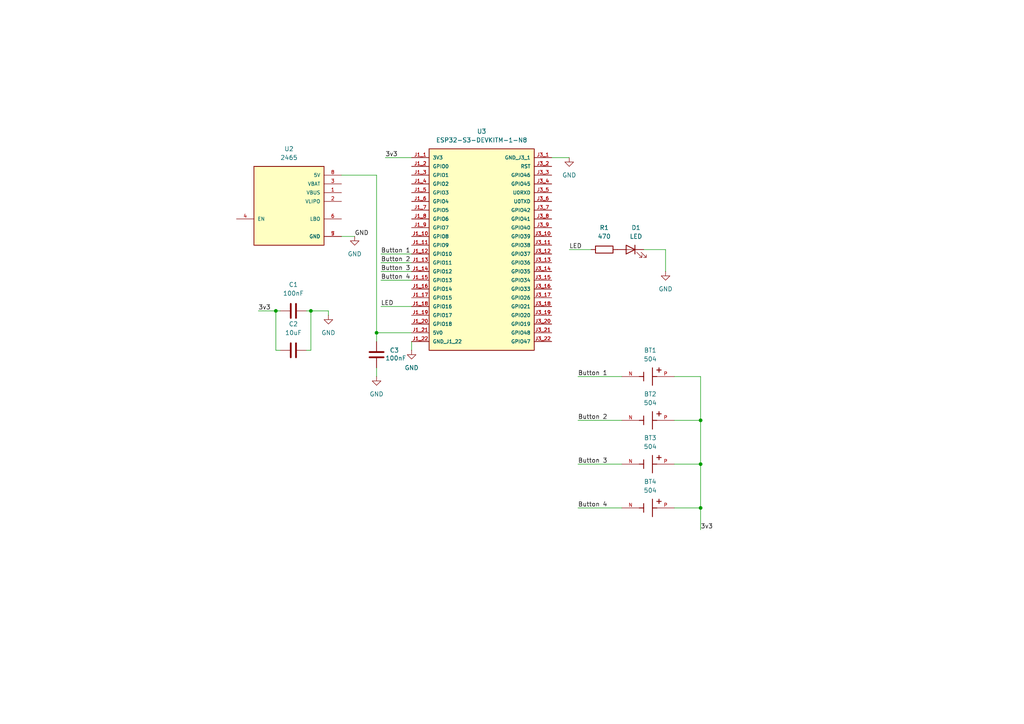
<source format=kicad_sch>
(kicad_sch
	(version 20231120)
	(generator "eeschema")
	(generator_version "8.0")
	(uuid "39771902-4a2f-44cb-8544-8aebdb065956")
	(paper "A4")
	(lib_symbols
		(symbol "2465:2465"
			(pin_names
				(offset 1.016)
			)
			(exclude_from_sim no)
			(in_bom yes)
			(on_board yes)
			(property "Reference" "U"
				(at -10.16 10.795 0)
				(effects
					(font
						(size 1.27 1.27)
					)
					(justify left bottom)
				)
			)
			(property "Value" "2465"
				(at -10.16 -15.24 0)
				(effects
					(font
						(size 1.27 1.27)
					)
					(justify left bottom)
				)
			)
			(property "Footprint" "2465:MODULE_2465"
				(at 0 0 0)
				(effects
					(font
						(size 1.27 1.27)
					)
					(justify bottom)
					(hide yes)
				)
			)
			(property "Datasheet" ""
				(at 0 0 0)
				(effects
					(font
						(size 1.27 1.27)
					)
					(hide yes)
				)
			)
			(property "Description" ""
				(at 0 0 0)
				(effects
					(font
						(size 1.27 1.27)
					)
					(hide yes)
				)
			)
			(property "MF" "Adafruit Industries"
				(at 0 0 0)
				(effects
					(font
						(size 1.27 1.27)
					)
					(justify bottom)
					(hide yes)
				)
			)
			(property "MAXIMUM_PACKAGE_HEIGHT" "10.16 mm"
				(at 0 0 0)
				(effects
					(font
						(size 1.27 1.27)
					)
					(justify bottom)
					(hide yes)
				)
			)
			(property "Package" "None"
				(at 0 0 0)
				(effects
					(font
						(size 1.27 1.27)
					)
					(justify bottom)
					(hide yes)
				)
			)
			(property "Price" "None"
				(at 0 0 0)
				(effects
					(font
						(size 1.27 1.27)
					)
					(justify bottom)
					(hide yes)
				)
			)
			(property "Check_prices" "https://www.snapeda.com/parts/2465/Adafruit+Industries/view-part/?ref=eda"
				(at 0 0 0)
				(effects
					(font
						(size 1.27 1.27)
					)
					(justify bottom)
					(hide yes)
				)
			)
			(property "STANDARD" "Manufacturer Recommendations"
				(at 0 0 0)
				(effects
					(font
						(size 1.27 1.27)
					)
					(justify bottom)
					(hide yes)
				)
			)
			(property "PARTREV" "B"
				(at 0 0 0)
				(effects
					(font
						(size 1.27 1.27)
					)
					(justify bottom)
					(hide yes)
				)
			)
			(property "SnapEDA_Link" "https://www.snapeda.com/parts/2465/Adafruit+Industries/view-part/?ref=snap"
				(at 0 0 0)
				(effects
					(font
						(size 1.27 1.27)
					)
					(justify bottom)
					(hide yes)
				)
			)
			(property "MP" "2465"
				(at 0 0 0)
				(effects
					(font
						(size 1.27 1.27)
					)
					(justify bottom)
					(hide yes)
				)
			)
			(property "Description_1" "\n                        \n                            PowerBoost 1000 Charger - Rechargeable 5V Lipo USB Boost at 1A - 1000C\n                        \n"
				(at 0 0 0)
				(effects
					(font
						(size 1.27 1.27)
					)
					(justify bottom)
					(hide yes)
				)
			)
			(property "Availability" "Not in stock"
				(at 0 0 0)
				(effects
					(font
						(size 1.27 1.27)
					)
					(justify bottom)
					(hide yes)
				)
			)
			(property "MANUFACTURER" "Adafruit"
				(at 0 0 0)
				(effects
					(font
						(size 1.27 1.27)
					)
					(justify bottom)
					(hide yes)
				)
			)
			(symbol "2465_0_0"
				(rectangle
					(start -10.16 -12.7)
					(end 10.16 10.16)
					(stroke
						(width 0.254)
						(type default)
					)
					(fill
						(type background)
					)
				)
				(pin power_in line
					(at 15.24 2.54 180)
					(length 5.08)
					(name "VBUS"
						(effects
							(font
								(size 1.016 1.016)
							)
						)
					)
					(number "1"
						(effects
							(font
								(size 1.016 1.016)
							)
						)
					)
				)
				(pin power_in line
					(at 15.24 0 180)
					(length 5.08)
					(name "VLIPO"
						(effects
							(font
								(size 1.016 1.016)
							)
						)
					)
					(number "2"
						(effects
							(font
								(size 1.016 1.016)
							)
						)
					)
				)
				(pin power_in line
					(at 15.24 5.08 180)
					(length 5.08)
					(name "VBAT"
						(effects
							(font
								(size 1.016 1.016)
							)
						)
					)
					(number "3"
						(effects
							(font
								(size 1.016 1.016)
							)
						)
					)
				)
				(pin input line
					(at -15.24 -5.08 0)
					(length 5.08)
					(name "EN"
						(effects
							(font
								(size 1.016 1.016)
							)
						)
					)
					(number "4"
						(effects
							(font
								(size 1.016 1.016)
							)
						)
					)
				)
				(pin power_in line
					(at 15.24 -10.16 180)
					(length 5.08)
					(name "GND"
						(effects
							(font
								(size 1.016 1.016)
							)
						)
					)
					(number "5"
						(effects
							(font
								(size 1.016 1.016)
							)
						)
					)
				)
				(pin output line
					(at 15.24 -5.08 180)
					(length 5.08)
					(name "LBO"
						(effects
							(font
								(size 1.016 1.016)
							)
						)
					)
					(number "6"
						(effects
							(font
								(size 1.016 1.016)
							)
						)
					)
				)
				(pin power_in line
					(at 15.24 -10.16 180)
					(length 5.08)
					(name "GND"
						(effects
							(font
								(size 1.016 1.016)
							)
						)
					)
					(number "7"
						(effects
							(font
								(size 1.016 1.016)
							)
						)
					)
				)
				(pin power_in line
					(at 15.24 7.62 180)
					(length 5.08)
					(name "5V"
						(effects
							(font
								(size 1.016 1.016)
							)
						)
					)
					(number "8"
						(effects
							(font
								(size 1.016 1.016)
							)
						)
					)
				)
			)
		)
		(symbol "504:504"
			(pin_names
				(offset 1.016)
			)
			(exclude_from_sim no)
			(in_bom yes)
			(on_board yes)
			(property "Reference" "BT"
				(at -3.81 3.81 0)
				(effects
					(font
						(size 1.27 1.27)
					)
					(justify left bottom)
				)
			)
			(property "Value" "504"
				(at -3.81 -5.08 0)
				(effects
					(font
						(size 1.27 1.27)
					)
					(justify left bottom)
				)
			)
			(property "Footprint" "504:BAT_504"
				(at 0 0 0)
				(effects
					(font
						(size 1.27 1.27)
					)
					(justify bottom)
					(hide yes)
				)
			)
			(property "Datasheet" ""
				(at 0 0 0)
				(effects
					(font
						(size 1.27 1.27)
					)
					(hide yes)
				)
			)
			(property "Description" ""
				(at 0 0 0)
				(effects
					(font
						(size 1.27 1.27)
					)
					(hide yes)
				)
			)
			(property "MF" "Adafruit"
				(at 0 0 0)
				(effects
					(font
						(size 1.27 1.27)
					)
					(justify bottom)
					(hide yes)
				)
			)
			(property "MAXIMUM_PACKAGE_HEIGHT" "5.38mm"
				(at 0 0 0)
				(effects
					(font
						(size 1.27 1.27)
					)
					(justify bottom)
					(hide yes)
				)
			)
			(property "Package" "None"
				(at 0 0 0)
				(effects
					(font
						(size 1.27 1.27)
					)
					(justify bottom)
					(hide yes)
				)
			)
			(property "Price" "None"
				(at 0 0 0)
				(effects
					(font
						(size 1.27 1.27)
					)
					(justify bottom)
					(hide yes)
				)
			)
			(property "Check_prices" "https://www.snapeda.com/parts/504/Adafruit+Industries/view-part/?ref=eda"
				(at 0 0 0)
				(effects
					(font
						(size 1.27 1.27)
					)
					(justify bottom)
					(hide yes)
				)
			)
			(property "STANDARD" "Manufacturer Recommendations"
				(at 0 0 0)
				(effects
					(font
						(size 1.27 1.27)
					)
					(justify bottom)
					(hide yes)
				)
			)
			(property "PARTREV" "H"
				(at 0 0 0)
				(effects
					(font
						(size 1.27 1.27)
					)
					(justify bottom)
					(hide yes)
				)
			)
			(property "SnapEDA_Link" "https://www.snapeda.com/parts/504/Adafruit+Industries/view-part/?ref=snap"
				(at 0 0 0)
				(effects
					(font
						(size 1.27 1.27)
					)
					(justify bottom)
					(hide yes)
				)
			)
			(property "MP" "504"
				(at 0 0 0)
				(effects
					(font
						(size 1.27 1.27)
					)
					(justify bottom)
					(hide yes)
				)
			)
			(property "Description_1" "\n                        \n                            CONN SOCKET 24-28AWG CRIMP TIN\n                        \n"
				(at 0 0 0)
				(effects
					(font
						(size 1.27 1.27)
					)
					(justify bottom)
					(hide yes)
				)
			)
			(property "SNAPEDA_PN" "504"
				(at 0 0 0)
				(effects
					(font
						(size 1.27 1.27)
					)
					(justify bottom)
					(hide yes)
				)
			)
			(property "Availability" "In Stock"
				(at 0 0 0)
				(effects
					(font
						(size 1.27 1.27)
					)
					(justify bottom)
					(hide yes)
				)
			)
			(property "MANUFACTURER" "Keystone"
				(at 0 0 0)
				(effects
					(font
						(size 1.27 1.27)
					)
					(justify bottom)
					(hide yes)
				)
			)
			(symbol "504_0_0"
				(polyline
					(pts
						(xy -3.81 1.905) (xy -2.54 1.905)
					)
					(stroke
						(width 0.254)
						(type default)
					)
					(fill
						(type none)
					)
				)
				(polyline
					(pts
						(xy -3.175 2.54) (xy -3.175 1.27)
					)
					(stroke
						(width 0.254)
						(type default)
					)
					(fill
						(type none)
					)
				)
				(polyline
					(pts
						(xy -1.27 0) (xy -2.54 0)
					)
					(stroke
						(width 0.254)
						(type default)
					)
					(fill
						(type none)
					)
				)
				(polyline
					(pts
						(xy -1.27 0) (xy -1.27 -2.54)
					)
					(stroke
						(width 0.254)
						(type default)
					)
					(fill
						(type none)
					)
				)
				(polyline
					(pts
						(xy -1.27 2.54) (xy -1.27 0)
					)
					(stroke
						(width 0.254)
						(type default)
					)
					(fill
						(type none)
					)
				)
				(polyline
					(pts
						(xy 1.27 0) (xy 1.27 -1.27)
					)
					(stroke
						(width 0.254)
						(type default)
					)
					(fill
						(type none)
					)
				)
				(polyline
					(pts
						(xy 1.27 0) (xy 2.54 0)
					)
					(stroke
						(width 0.254)
						(type default)
					)
					(fill
						(type none)
					)
				)
				(polyline
					(pts
						(xy 1.27 1.27) (xy 1.27 0)
					)
					(stroke
						(width 0.254)
						(type default)
					)
					(fill
						(type none)
					)
				)
				(pin passive line
					(at 7.62 0 180)
					(length 5.08)
					(name "~"
						(effects
							(font
								(size 1.016 1.016)
							)
						)
					)
					(number "N"
						(effects
							(font
								(size 1.016 1.016)
							)
						)
					)
				)
				(pin passive line
					(at -7.62 0 0)
					(length 5.08)
					(name "~"
						(effects
							(font
								(size 1.016 1.016)
							)
						)
					)
					(number "P"
						(effects
							(font
								(size 1.016 1.016)
							)
						)
					)
				)
			)
		)
		(symbol "Device:C"
			(pin_numbers hide)
			(pin_names
				(offset 0.254)
			)
			(exclude_from_sim no)
			(in_bom yes)
			(on_board yes)
			(property "Reference" "C"
				(at 0.635 2.54 0)
				(effects
					(font
						(size 1.27 1.27)
					)
					(justify left)
				)
			)
			(property "Value" "C"
				(at 0.635 -2.54 0)
				(effects
					(font
						(size 1.27 1.27)
					)
					(justify left)
				)
			)
			(property "Footprint" ""
				(at 0.9652 -3.81 0)
				(effects
					(font
						(size 1.27 1.27)
					)
					(hide yes)
				)
			)
			(property "Datasheet" "~"
				(at 0 0 0)
				(effects
					(font
						(size 1.27 1.27)
					)
					(hide yes)
				)
			)
			(property "Description" "Unpolarized capacitor"
				(at 0 0 0)
				(effects
					(font
						(size 1.27 1.27)
					)
					(hide yes)
				)
			)
			(property "ki_keywords" "cap capacitor"
				(at 0 0 0)
				(effects
					(font
						(size 1.27 1.27)
					)
					(hide yes)
				)
			)
			(property "ki_fp_filters" "C_*"
				(at 0 0 0)
				(effects
					(font
						(size 1.27 1.27)
					)
					(hide yes)
				)
			)
			(symbol "C_0_1"
				(polyline
					(pts
						(xy -2.032 -0.762) (xy 2.032 -0.762)
					)
					(stroke
						(width 0.508)
						(type default)
					)
					(fill
						(type none)
					)
				)
				(polyline
					(pts
						(xy -2.032 0.762) (xy 2.032 0.762)
					)
					(stroke
						(width 0.508)
						(type default)
					)
					(fill
						(type none)
					)
				)
			)
			(symbol "C_1_1"
				(pin passive line
					(at 0 3.81 270)
					(length 2.794)
					(name "~"
						(effects
							(font
								(size 1.27 1.27)
							)
						)
					)
					(number "1"
						(effects
							(font
								(size 1.27 1.27)
							)
						)
					)
				)
				(pin passive line
					(at 0 -3.81 90)
					(length 2.794)
					(name "~"
						(effects
							(font
								(size 1.27 1.27)
							)
						)
					)
					(number "2"
						(effects
							(font
								(size 1.27 1.27)
							)
						)
					)
				)
			)
		)
		(symbol "Device:LED"
			(pin_numbers hide)
			(pin_names
				(offset 1.016) hide)
			(exclude_from_sim no)
			(in_bom yes)
			(on_board yes)
			(property "Reference" "D"
				(at 0 2.54 0)
				(effects
					(font
						(size 1.27 1.27)
					)
				)
			)
			(property "Value" "LED"
				(at 0 -2.54 0)
				(effects
					(font
						(size 1.27 1.27)
					)
				)
			)
			(property "Footprint" ""
				(at 0 0 0)
				(effects
					(font
						(size 1.27 1.27)
					)
					(hide yes)
				)
			)
			(property "Datasheet" "~"
				(at 0 0 0)
				(effects
					(font
						(size 1.27 1.27)
					)
					(hide yes)
				)
			)
			(property "Description" "Light emitting diode"
				(at 0 0 0)
				(effects
					(font
						(size 1.27 1.27)
					)
					(hide yes)
				)
			)
			(property "ki_keywords" "LED diode"
				(at 0 0 0)
				(effects
					(font
						(size 1.27 1.27)
					)
					(hide yes)
				)
			)
			(property "ki_fp_filters" "LED* LED_SMD:* LED_THT:*"
				(at 0 0 0)
				(effects
					(font
						(size 1.27 1.27)
					)
					(hide yes)
				)
			)
			(symbol "LED_0_1"
				(polyline
					(pts
						(xy -1.27 -1.27) (xy -1.27 1.27)
					)
					(stroke
						(width 0.254)
						(type default)
					)
					(fill
						(type none)
					)
				)
				(polyline
					(pts
						(xy -1.27 0) (xy 1.27 0)
					)
					(stroke
						(width 0)
						(type default)
					)
					(fill
						(type none)
					)
				)
				(polyline
					(pts
						(xy 1.27 -1.27) (xy 1.27 1.27) (xy -1.27 0) (xy 1.27 -1.27)
					)
					(stroke
						(width 0.254)
						(type default)
					)
					(fill
						(type none)
					)
				)
				(polyline
					(pts
						(xy -3.048 -0.762) (xy -4.572 -2.286) (xy -3.81 -2.286) (xy -4.572 -2.286) (xy -4.572 -1.524)
					)
					(stroke
						(width 0)
						(type default)
					)
					(fill
						(type none)
					)
				)
				(polyline
					(pts
						(xy -1.778 -0.762) (xy -3.302 -2.286) (xy -2.54 -2.286) (xy -3.302 -2.286) (xy -3.302 -1.524)
					)
					(stroke
						(width 0)
						(type default)
					)
					(fill
						(type none)
					)
				)
			)
			(symbol "LED_1_1"
				(pin passive line
					(at -3.81 0 0)
					(length 2.54)
					(name "K"
						(effects
							(font
								(size 1.27 1.27)
							)
						)
					)
					(number "1"
						(effects
							(font
								(size 1.27 1.27)
							)
						)
					)
				)
				(pin passive line
					(at 3.81 0 180)
					(length 2.54)
					(name "A"
						(effects
							(font
								(size 1.27 1.27)
							)
						)
					)
					(number "2"
						(effects
							(font
								(size 1.27 1.27)
							)
						)
					)
				)
			)
		)
		(symbol "Device:R"
			(pin_numbers hide)
			(pin_names
				(offset 0)
			)
			(exclude_from_sim no)
			(in_bom yes)
			(on_board yes)
			(property "Reference" "R"
				(at 2.032 0 90)
				(effects
					(font
						(size 1.27 1.27)
					)
				)
			)
			(property "Value" "R"
				(at 0 0 90)
				(effects
					(font
						(size 1.27 1.27)
					)
				)
			)
			(property "Footprint" ""
				(at -1.778 0 90)
				(effects
					(font
						(size 1.27 1.27)
					)
					(hide yes)
				)
			)
			(property "Datasheet" "~"
				(at 0 0 0)
				(effects
					(font
						(size 1.27 1.27)
					)
					(hide yes)
				)
			)
			(property "Description" "Resistor"
				(at 0 0 0)
				(effects
					(font
						(size 1.27 1.27)
					)
					(hide yes)
				)
			)
			(property "ki_keywords" "R res resistor"
				(at 0 0 0)
				(effects
					(font
						(size 1.27 1.27)
					)
					(hide yes)
				)
			)
			(property "ki_fp_filters" "R_*"
				(at 0 0 0)
				(effects
					(font
						(size 1.27 1.27)
					)
					(hide yes)
				)
			)
			(symbol "R_0_1"
				(rectangle
					(start -1.016 -2.54)
					(end 1.016 2.54)
					(stroke
						(width 0.254)
						(type default)
					)
					(fill
						(type none)
					)
				)
			)
			(symbol "R_1_1"
				(pin passive line
					(at 0 3.81 270)
					(length 1.27)
					(name "~"
						(effects
							(font
								(size 1.27 1.27)
							)
						)
					)
					(number "1"
						(effects
							(font
								(size 1.27 1.27)
							)
						)
					)
				)
				(pin passive line
					(at 0 -3.81 90)
					(length 1.27)
					(name "~"
						(effects
							(font
								(size 1.27 1.27)
							)
						)
					)
					(number "2"
						(effects
							(font
								(size 1.27 1.27)
							)
						)
					)
				)
			)
		)
		(symbol "ESP32-S3-DEVKITM-1-N8:ESP32-S3-DEVKITM-1-N8"
			(pin_names
				(offset 1.016)
			)
			(exclude_from_sim no)
			(in_bom yes)
			(on_board yes)
			(property "Reference" "U"
				(at -15.24 31.242 0)
				(effects
					(font
						(size 1.27 1.27)
					)
					(justify left bottom)
				)
			)
			(property "Value" "ESP32-S3-DEVKITM-1-N8"
				(at -15.24 -30.48 0)
				(effects
					(font
						(size 1.27 1.27)
					)
					(justify left bottom)
				)
			)
			(property "Footprint" "ESP32-S3-DEVKITM-1-N8:MODULE_ESP32-S3-DEVKITM-1-N8"
				(at 0 0 0)
				(effects
					(font
						(size 1.27 1.27)
					)
					(justify bottom)
					(hide yes)
				)
			)
			(property "Datasheet" ""
				(at 0 0 0)
				(effects
					(font
						(size 1.27 1.27)
					)
					(hide yes)
				)
			)
			(property "Description" ""
				(at 0 0 0)
				(effects
					(font
						(size 1.27 1.27)
					)
					(hide yes)
				)
			)
			(property "MF" "Espressif Systems"
				(at 0 0 0)
				(effects
					(font
						(size 1.27 1.27)
					)
					(justify bottom)
					(hide yes)
				)
			)
			(property "Description_1" "\n                        \n                            ESP32-S3-MINI-1-N8 ESP32-S Transceiver; 802.11 b/g/n (Wi-Fi, WiFi, WLAN), Bluetooth® 5.x (BLE) 2.4GHz Evaluation Board\n                        \n"
				(at 0 0 0)
				(effects
					(font
						(size 1.27 1.27)
					)
					(justify bottom)
					(hide yes)
				)
			)
			(property "Package" "None"
				(at 0 0 0)
				(effects
					(font
						(size 1.27 1.27)
					)
					(justify bottom)
					(hide yes)
				)
			)
			(property "Price" "None"
				(at 0 0 0)
				(effects
					(font
						(size 1.27 1.27)
					)
					(justify bottom)
					(hide yes)
				)
			)
			(property "Check_prices" "https://www.snapeda.com/parts/ESP32-S3-DEVKITM-1-N8/Espressif+Systems/view-part/?ref=eda"
				(at 0 0 0)
				(effects
					(font
						(size 1.27 1.27)
					)
					(justify bottom)
					(hide yes)
				)
			)
			(property "STANDARD" "Manufacturer Recommendations"
				(at 0 0 0)
				(effects
					(font
						(size 1.27 1.27)
					)
					(justify bottom)
					(hide yes)
				)
			)
			(property "PARTREV" "1.0"
				(at 0 0 0)
				(effects
					(font
						(size 1.27 1.27)
					)
					(justify bottom)
					(hide yes)
				)
			)
			(property "SnapEDA_Link" "https://www.snapeda.com/parts/ESP32-S3-DEVKITM-1-N8/Espressif+Systems/view-part/?ref=snap"
				(at 0 0 0)
				(effects
					(font
						(size 1.27 1.27)
					)
					(justify bottom)
					(hide yes)
				)
			)
			(property "MP" "ESP32-S3-DEVKITM-1-N8"
				(at 0 0 0)
				(effects
					(font
						(size 1.27 1.27)
					)
					(justify bottom)
					(hide yes)
				)
			)
			(property "Availability" "In Stock"
				(at 0 0 0)
				(effects
					(font
						(size 1.27 1.27)
					)
					(justify bottom)
					(hide yes)
				)
			)
			(property "MANUFACTURER" "Espressif Systems"
				(at 0 0 0)
				(effects
					(font
						(size 1.27 1.27)
					)
					(justify bottom)
					(hide yes)
				)
			)
			(symbol "ESP32-S3-DEVKITM-1-N8_0_0"
				(rectangle
					(start -15.24 -27.94)
					(end 15.24 30.48)
					(stroke
						(width 0.254)
						(type default)
					)
					(fill
						(type background)
					)
				)
				(pin power_in line
					(at -20.32 27.94 0)
					(length 5.08)
					(name "3V3"
						(effects
							(font
								(size 1.016 1.016)
							)
						)
					)
					(number "J1_1"
						(effects
							(font
								(size 1.016 1.016)
							)
						)
					)
				)
				(pin bidirectional line
					(at -20.32 5.08 0)
					(length 5.08)
					(name "GPIO8"
						(effects
							(font
								(size 1.016 1.016)
							)
						)
					)
					(number "J1_10"
						(effects
							(font
								(size 1.016 1.016)
							)
						)
					)
				)
				(pin bidirectional line
					(at -20.32 2.54 0)
					(length 5.08)
					(name "GPIO9"
						(effects
							(font
								(size 1.016 1.016)
							)
						)
					)
					(number "J1_11"
						(effects
							(font
								(size 1.016 1.016)
							)
						)
					)
				)
				(pin bidirectional line
					(at -20.32 0 0)
					(length 5.08)
					(name "GPIO10"
						(effects
							(font
								(size 1.016 1.016)
							)
						)
					)
					(number "J1_12"
						(effects
							(font
								(size 1.016 1.016)
							)
						)
					)
				)
				(pin bidirectional line
					(at -20.32 -2.54 0)
					(length 5.08)
					(name "GPIO11"
						(effects
							(font
								(size 1.016 1.016)
							)
						)
					)
					(number "J1_13"
						(effects
							(font
								(size 1.016 1.016)
							)
						)
					)
				)
				(pin bidirectional line
					(at -20.32 -5.08 0)
					(length 5.08)
					(name "GPIO12"
						(effects
							(font
								(size 1.016 1.016)
							)
						)
					)
					(number "J1_14"
						(effects
							(font
								(size 1.016 1.016)
							)
						)
					)
				)
				(pin bidirectional line
					(at -20.32 -7.62 0)
					(length 5.08)
					(name "GPIO13"
						(effects
							(font
								(size 1.016 1.016)
							)
						)
					)
					(number "J1_15"
						(effects
							(font
								(size 1.016 1.016)
							)
						)
					)
				)
				(pin bidirectional line
					(at -20.32 -10.16 0)
					(length 5.08)
					(name "GPIO14"
						(effects
							(font
								(size 1.016 1.016)
							)
						)
					)
					(number "J1_16"
						(effects
							(font
								(size 1.016 1.016)
							)
						)
					)
				)
				(pin bidirectional line
					(at -20.32 -12.7 0)
					(length 5.08)
					(name "GPIO15"
						(effects
							(font
								(size 1.016 1.016)
							)
						)
					)
					(number "J1_17"
						(effects
							(font
								(size 1.016 1.016)
							)
						)
					)
				)
				(pin bidirectional line
					(at -20.32 -15.24 0)
					(length 5.08)
					(name "GPIO16"
						(effects
							(font
								(size 1.016 1.016)
							)
						)
					)
					(number "J1_18"
						(effects
							(font
								(size 1.016 1.016)
							)
						)
					)
				)
				(pin bidirectional line
					(at -20.32 -17.78 0)
					(length 5.08)
					(name "GPIO17"
						(effects
							(font
								(size 1.016 1.016)
							)
						)
					)
					(number "J1_19"
						(effects
							(font
								(size 1.016 1.016)
							)
						)
					)
				)
				(pin bidirectional line
					(at -20.32 25.4 0)
					(length 5.08)
					(name "GPIO0"
						(effects
							(font
								(size 1.016 1.016)
							)
						)
					)
					(number "J1_2"
						(effects
							(font
								(size 1.016 1.016)
							)
						)
					)
				)
				(pin bidirectional line
					(at -20.32 -20.32 0)
					(length 5.08)
					(name "GPIO18"
						(effects
							(font
								(size 1.016 1.016)
							)
						)
					)
					(number "J1_20"
						(effects
							(font
								(size 1.016 1.016)
							)
						)
					)
				)
				(pin power_in line
					(at -20.32 -22.86 0)
					(length 5.08)
					(name "5V0"
						(effects
							(font
								(size 1.016 1.016)
							)
						)
					)
					(number "J1_21"
						(effects
							(font
								(size 1.016 1.016)
							)
						)
					)
				)
				(pin power_in line
					(at -20.32 -25.4 0)
					(length 5.08)
					(name "GND_J1_22"
						(effects
							(font
								(size 1.016 1.016)
							)
						)
					)
					(number "J1_22"
						(effects
							(font
								(size 1.016 1.016)
							)
						)
					)
				)
				(pin bidirectional line
					(at -20.32 22.86 0)
					(length 5.08)
					(name "GPIO1"
						(effects
							(font
								(size 1.016 1.016)
							)
						)
					)
					(number "J1_3"
						(effects
							(font
								(size 1.016 1.016)
							)
						)
					)
				)
				(pin bidirectional line
					(at -20.32 20.32 0)
					(length 5.08)
					(name "GPIO2"
						(effects
							(font
								(size 1.016 1.016)
							)
						)
					)
					(number "J1_4"
						(effects
							(font
								(size 1.016 1.016)
							)
						)
					)
				)
				(pin bidirectional line
					(at -20.32 17.78 0)
					(length 5.08)
					(name "GPIO3"
						(effects
							(font
								(size 1.016 1.016)
							)
						)
					)
					(number "J1_5"
						(effects
							(font
								(size 1.016 1.016)
							)
						)
					)
				)
				(pin bidirectional line
					(at -20.32 15.24 0)
					(length 5.08)
					(name "GPIO4"
						(effects
							(font
								(size 1.016 1.016)
							)
						)
					)
					(number "J1_6"
						(effects
							(font
								(size 1.016 1.016)
							)
						)
					)
				)
				(pin bidirectional line
					(at -20.32 12.7 0)
					(length 5.08)
					(name "GPIO5"
						(effects
							(font
								(size 1.016 1.016)
							)
						)
					)
					(number "J1_7"
						(effects
							(font
								(size 1.016 1.016)
							)
						)
					)
				)
				(pin bidirectional line
					(at -20.32 10.16 0)
					(length 5.08)
					(name "GPIO6"
						(effects
							(font
								(size 1.016 1.016)
							)
						)
					)
					(number "J1_8"
						(effects
							(font
								(size 1.016 1.016)
							)
						)
					)
				)
				(pin bidirectional line
					(at -20.32 7.62 0)
					(length 5.08)
					(name "GPIO7"
						(effects
							(font
								(size 1.016 1.016)
							)
						)
					)
					(number "J1_9"
						(effects
							(font
								(size 1.016 1.016)
							)
						)
					)
				)
				(pin power_in line
					(at 20.32 27.94 180)
					(length 5.08)
					(name "GND_J3_1"
						(effects
							(font
								(size 1.016 1.016)
							)
						)
					)
					(number "J3_1"
						(effects
							(font
								(size 1.016 1.016)
							)
						)
					)
				)
				(pin bidirectional line
					(at 20.32 5.08 180)
					(length 5.08)
					(name "GPIO39"
						(effects
							(font
								(size 1.016 1.016)
							)
						)
					)
					(number "J3_10"
						(effects
							(font
								(size 1.016 1.016)
							)
						)
					)
				)
				(pin bidirectional line
					(at 20.32 2.54 180)
					(length 5.08)
					(name "GPIO38"
						(effects
							(font
								(size 1.016 1.016)
							)
						)
					)
					(number "J3_11"
						(effects
							(font
								(size 1.016 1.016)
							)
						)
					)
				)
				(pin bidirectional line
					(at 20.32 0 180)
					(length 5.08)
					(name "GPIO37"
						(effects
							(font
								(size 1.016 1.016)
							)
						)
					)
					(number "J3_12"
						(effects
							(font
								(size 1.016 1.016)
							)
						)
					)
				)
				(pin bidirectional line
					(at 20.32 -2.54 180)
					(length 5.08)
					(name "GPIO36"
						(effects
							(font
								(size 1.016 1.016)
							)
						)
					)
					(number "J3_13"
						(effects
							(font
								(size 1.016 1.016)
							)
						)
					)
				)
				(pin bidirectional line
					(at 20.32 -5.08 180)
					(length 5.08)
					(name "GPIO35"
						(effects
							(font
								(size 1.016 1.016)
							)
						)
					)
					(number "J3_14"
						(effects
							(font
								(size 1.016 1.016)
							)
						)
					)
				)
				(pin bidirectional line
					(at 20.32 -7.62 180)
					(length 5.08)
					(name "GPIO34"
						(effects
							(font
								(size 1.016 1.016)
							)
						)
					)
					(number "J3_15"
						(effects
							(font
								(size 1.016 1.016)
							)
						)
					)
				)
				(pin bidirectional line
					(at 20.32 -10.16 180)
					(length 5.08)
					(name "GPIO33"
						(effects
							(font
								(size 1.016 1.016)
							)
						)
					)
					(number "J3_16"
						(effects
							(font
								(size 1.016 1.016)
							)
						)
					)
				)
				(pin bidirectional line
					(at 20.32 -12.7 180)
					(length 5.08)
					(name "GPIO26"
						(effects
							(font
								(size 1.016 1.016)
							)
						)
					)
					(number "J3_17"
						(effects
							(font
								(size 1.016 1.016)
							)
						)
					)
				)
				(pin bidirectional line
					(at 20.32 -15.24 180)
					(length 5.08)
					(name "GPIO21"
						(effects
							(font
								(size 1.016 1.016)
							)
						)
					)
					(number "J3_18"
						(effects
							(font
								(size 1.016 1.016)
							)
						)
					)
				)
				(pin bidirectional line
					(at 20.32 -17.78 180)
					(length 5.08)
					(name "GPIO20"
						(effects
							(font
								(size 1.016 1.016)
							)
						)
					)
					(number "J3_19"
						(effects
							(font
								(size 1.016 1.016)
							)
						)
					)
				)
				(pin input line
					(at 20.32 25.4 180)
					(length 5.08)
					(name "RST"
						(effects
							(font
								(size 1.016 1.016)
							)
						)
					)
					(number "J3_2"
						(effects
							(font
								(size 1.016 1.016)
							)
						)
					)
				)
				(pin bidirectional line
					(at 20.32 -20.32 180)
					(length 5.08)
					(name "GPIO19"
						(effects
							(font
								(size 1.016 1.016)
							)
						)
					)
					(number "J3_20"
						(effects
							(font
								(size 1.016 1.016)
							)
						)
					)
				)
				(pin bidirectional line
					(at 20.32 -22.86 180)
					(length 5.08)
					(name "GPIO48"
						(effects
							(font
								(size 1.016 1.016)
							)
						)
					)
					(number "J3_21"
						(effects
							(font
								(size 1.016 1.016)
							)
						)
					)
				)
				(pin bidirectional line
					(at 20.32 -25.4 180)
					(length 5.08)
					(name "GPIO47"
						(effects
							(font
								(size 1.016 1.016)
							)
						)
					)
					(number "J3_22"
						(effects
							(font
								(size 1.016 1.016)
							)
						)
					)
				)
				(pin bidirectional line
					(at 20.32 22.86 180)
					(length 5.08)
					(name "GPIO46"
						(effects
							(font
								(size 1.016 1.016)
							)
						)
					)
					(number "J3_3"
						(effects
							(font
								(size 1.016 1.016)
							)
						)
					)
				)
				(pin bidirectional line
					(at 20.32 20.32 180)
					(length 5.08)
					(name "GPIO45"
						(effects
							(font
								(size 1.016 1.016)
							)
						)
					)
					(number "J3_4"
						(effects
							(font
								(size 1.016 1.016)
							)
						)
					)
				)
				(pin bidirectional line
					(at 20.32 17.78 180)
					(length 5.08)
					(name "U0RXD"
						(effects
							(font
								(size 1.016 1.016)
							)
						)
					)
					(number "J3_5"
						(effects
							(font
								(size 1.016 1.016)
							)
						)
					)
				)
				(pin bidirectional line
					(at 20.32 15.24 180)
					(length 5.08)
					(name "U0TXD"
						(effects
							(font
								(size 1.016 1.016)
							)
						)
					)
					(number "J3_6"
						(effects
							(font
								(size 1.016 1.016)
							)
						)
					)
				)
				(pin bidirectional line
					(at 20.32 12.7 180)
					(length 5.08)
					(name "GPIO42"
						(effects
							(font
								(size 1.016 1.016)
							)
						)
					)
					(number "J3_7"
						(effects
							(font
								(size 1.016 1.016)
							)
						)
					)
				)
				(pin bidirectional line
					(at 20.32 10.16 180)
					(length 5.08)
					(name "GPIO41"
						(effects
							(font
								(size 1.016 1.016)
							)
						)
					)
					(number "J3_8"
						(effects
							(font
								(size 1.016 1.016)
							)
						)
					)
				)
				(pin bidirectional line
					(at 20.32 7.62 180)
					(length 5.08)
					(name "GPIO40"
						(effects
							(font
								(size 1.016 1.016)
							)
						)
					)
					(number "J3_9"
						(effects
							(font
								(size 1.016 1.016)
							)
						)
					)
				)
			)
		)
		(symbol "power:GND"
			(power)
			(pin_numbers hide)
			(pin_names
				(offset 0) hide)
			(exclude_from_sim no)
			(in_bom yes)
			(on_board yes)
			(property "Reference" "#PWR"
				(at 0 -6.35 0)
				(effects
					(font
						(size 1.27 1.27)
					)
					(hide yes)
				)
			)
			(property "Value" "GND"
				(at 0 -3.81 0)
				(effects
					(font
						(size 1.27 1.27)
					)
				)
			)
			(property "Footprint" ""
				(at 0 0 0)
				(effects
					(font
						(size 1.27 1.27)
					)
					(hide yes)
				)
			)
			(property "Datasheet" ""
				(at 0 0 0)
				(effects
					(font
						(size 1.27 1.27)
					)
					(hide yes)
				)
			)
			(property "Description" "Power symbol creates a global label with name \"GND\" , ground"
				(at 0 0 0)
				(effects
					(font
						(size 1.27 1.27)
					)
					(hide yes)
				)
			)
			(property "ki_keywords" "global power"
				(at 0 0 0)
				(effects
					(font
						(size 1.27 1.27)
					)
					(hide yes)
				)
			)
			(symbol "GND_0_1"
				(polyline
					(pts
						(xy 0 0) (xy 0 -1.27) (xy 1.27 -1.27) (xy 0 -2.54) (xy -1.27 -1.27) (xy 0 -1.27)
					)
					(stroke
						(width 0)
						(type default)
					)
					(fill
						(type none)
					)
				)
			)
			(symbol "GND_1_1"
				(pin power_in line
					(at 0 0 270)
					(length 0)
					(name "~"
						(effects
							(font
								(size 1.27 1.27)
							)
						)
					)
					(number "1"
						(effects
							(font
								(size 1.27 1.27)
							)
						)
					)
				)
			)
		)
	)
	(junction
		(at 203.2 134.62)
		(diameter 0)
		(color 0 0 0 0)
		(uuid "2d431d48-d9f3-4d45-be89-673866fcbeef")
	)
	(junction
		(at 203.2 147.32)
		(diameter 0)
		(color 0 0 0 0)
		(uuid "55221191-0b21-4912-bfb3-c8ead7e820c3")
	)
	(junction
		(at 203.2 121.92)
		(diameter 0)
		(color 0 0 0 0)
		(uuid "7468dfe6-70ca-44ce-86e2-d1b54b44985e")
	)
	(junction
		(at 109.22 96.52)
		(diameter 0)
		(color 0 0 0 0)
		(uuid "7bfff675-6928-4167-b277-ed0d16f5d8ae")
	)
	(junction
		(at 90.17 90.17)
		(diameter 0)
		(color 0 0 0 0)
		(uuid "c29ab8c7-9224-43ca-8c4f-2d36aa35e97a")
	)
	(junction
		(at 80.01 90.17)
		(diameter 0)
		(color 0 0 0 0)
		(uuid "f86b82f9-6f82-41e3-9f2a-6de3d1560fc0")
	)
	(wire
		(pts
			(xy 167.64 109.22) (xy 180.34 109.22)
		)
		(stroke
			(width 0)
			(type default)
		)
		(uuid "0a6bccbe-c174-4199-99d9-c6352aeb674b")
	)
	(wire
		(pts
			(xy 195.58 109.22) (xy 203.2 109.22)
		)
		(stroke
			(width 0)
			(type default)
		)
		(uuid "0fe58b4a-64c9-410e-933f-45a6ce4c0ab5")
	)
	(wire
		(pts
			(xy 110.49 81.28) (xy 119.38 81.28)
		)
		(stroke
			(width 0)
			(type default)
		)
		(uuid "131dc02a-3d3e-4d71-8896-b4be3fddc10b")
	)
	(wire
		(pts
			(xy 81.28 101.6) (xy 80.01 101.6)
		)
		(stroke
			(width 0)
			(type default)
		)
		(uuid "2f937d15-23c2-4fb1-ad4e-4e2864da6a85")
	)
	(wire
		(pts
			(xy 109.22 96.52) (xy 119.38 96.52)
		)
		(stroke
			(width 0)
			(type default)
		)
		(uuid "319bb07e-e064-4632-8b6a-04a33301c2bc")
	)
	(wire
		(pts
			(xy 99.06 68.58) (xy 102.87 68.58)
		)
		(stroke
			(width 0)
			(type default)
		)
		(uuid "3d93c853-8847-4fe2-b11c-9918d8ca22e3")
	)
	(wire
		(pts
			(xy 80.01 90.17) (xy 80.01 101.6)
		)
		(stroke
			(width 0)
			(type default)
		)
		(uuid "40768819-9680-4b1a-8081-6cebea4915b7")
	)
	(wire
		(pts
			(xy 110.49 88.9) (xy 119.38 88.9)
		)
		(stroke
			(width 0)
			(type default)
		)
		(uuid "41ccc23c-2522-42b5-bf73-7e20e8492359")
	)
	(wire
		(pts
			(xy 195.58 121.92) (xy 203.2 121.92)
		)
		(stroke
			(width 0)
			(type default)
		)
		(uuid "46de4502-721b-4ae4-9ce8-2deef7f1f321")
	)
	(wire
		(pts
			(xy 167.64 121.92) (xy 180.34 121.92)
		)
		(stroke
			(width 0)
			(type default)
		)
		(uuid "4f8e40f9-cfc1-4531-93ca-3cb6cee3a372")
	)
	(wire
		(pts
			(xy 160.02 45.72) (xy 165.1 45.72)
		)
		(stroke
			(width 0)
			(type default)
		)
		(uuid "5572d038-78cd-4ef2-b67f-c2ab00b617b5")
	)
	(wire
		(pts
			(xy 74.93 90.17) (xy 80.01 90.17)
		)
		(stroke
			(width 0)
			(type default)
		)
		(uuid "64a1a292-6051-4f9f-bd38-7faa031cc3d9")
	)
	(wire
		(pts
			(xy 203.2 121.92) (xy 203.2 134.62)
		)
		(stroke
			(width 0)
			(type default)
		)
		(uuid "67e54de5-6b0a-459c-a5f6-da8700c83b42")
	)
	(wire
		(pts
			(xy 167.64 147.32) (xy 180.34 147.32)
		)
		(stroke
			(width 0)
			(type default)
		)
		(uuid "704f407d-27f8-4e58-8af7-3a98b8d5cd61")
	)
	(wire
		(pts
			(xy 203.2 109.22) (xy 203.2 121.92)
		)
		(stroke
			(width 0)
			(type default)
		)
		(uuid "74588a80-629d-4dd4-a227-51a58ec94e80")
	)
	(wire
		(pts
			(xy 110.49 78.74) (xy 119.38 78.74)
		)
		(stroke
			(width 0)
			(type default)
		)
		(uuid "7542e7b8-fdd9-4844-8d40-387facf874ec")
	)
	(wire
		(pts
			(xy 110.49 76.2) (xy 119.38 76.2)
		)
		(stroke
			(width 0)
			(type default)
		)
		(uuid "7bae0214-bcd7-449c-a983-d189109876bf")
	)
	(wire
		(pts
			(xy 203.2 134.62) (xy 203.2 147.32)
		)
		(stroke
			(width 0)
			(type default)
		)
		(uuid "801d1b3f-4075-4adb-9f1a-af604575337d")
	)
	(wire
		(pts
			(xy 111.76 45.72) (xy 119.38 45.72)
		)
		(stroke
			(width 0)
			(type default)
		)
		(uuid "87ba9621-fdbf-4672-8f91-a1a4cd8f18a5")
	)
	(wire
		(pts
			(xy 193.04 72.39) (xy 193.04 78.74)
		)
		(stroke
			(width 0)
			(type default)
		)
		(uuid "89d16476-f2b5-4477-8bf6-59a5599cceb4")
	)
	(wire
		(pts
			(xy 88.9 90.17) (xy 90.17 90.17)
		)
		(stroke
			(width 0)
			(type default)
		)
		(uuid "8b7a7921-7780-43ae-9121-8369e9d476f4")
	)
	(wire
		(pts
			(xy 95.25 90.17) (xy 90.17 90.17)
		)
		(stroke
			(width 0)
			(type default)
		)
		(uuid "9591cb9d-1dca-4626-8c93-ddf3cf8194c3")
	)
	(wire
		(pts
			(xy 110.49 73.66) (xy 119.38 73.66)
		)
		(stroke
			(width 0)
			(type default)
		)
		(uuid "9b656776-abab-4769-af02-7d05cb0798c6")
	)
	(wire
		(pts
			(xy 99.06 50.8) (xy 109.22 50.8)
		)
		(stroke
			(width 0)
			(type default)
		)
		(uuid "a7ce665a-3476-447d-9e50-1c244357c429")
	)
	(wire
		(pts
			(xy 186.69 72.39) (xy 193.04 72.39)
		)
		(stroke
			(width 0)
			(type default)
		)
		(uuid "a8153e3c-7024-4b01-901a-b1d57cd5a252")
	)
	(wire
		(pts
			(xy 80.01 90.17) (xy 81.28 90.17)
		)
		(stroke
			(width 0)
			(type default)
		)
		(uuid "a9353055-e530-4e71-a99c-58d5a11caad0")
	)
	(wire
		(pts
			(xy 203.2 147.32) (xy 203.2 153.67)
		)
		(stroke
			(width 0)
			(type default)
		)
		(uuid "b8e42b14-0fe4-495e-9df7-abb5a699d801")
	)
	(wire
		(pts
			(xy 195.58 147.32) (xy 203.2 147.32)
		)
		(stroke
			(width 0)
			(type default)
		)
		(uuid "bc2fa511-7f91-4d52-8f1b-08c1c4f86676")
	)
	(wire
		(pts
			(xy 165.1 72.39) (xy 171.45 72.39)
		)
		(stroke
			(width 0)
			(type default)
		)
		(uuid "bf1a27fd-de10-4bae-afba-5240cb57393f")
	)
	(wire
		(pts
			(xy 88.9 101.6) (xy 90.17 101.6)
		)
		(stroke
			(width 0)
			(type default)
		)
		(uuid "c48edb68-f67e-469d-a5e4-9aaa01564f6c")
	)
	(wire
		(pts
			(xy 90.17 101.6) (xy 90.17 90.17)
		)
		(stroke
			(width 0)
			(type default)
		)
		(uuid "d027efe1-dc24-4c1c-9998-7a9a51c50ddc")
	)
	(wire
		(pts
			(xy 195.58 134.62) (xy 203.2 134.62)
		)
		(stroke
			(width 0)
			(type default)
		)
		(uuid "da397b62-d671-42a5-ad5c-8d6e4499007d")
	)
	(wire
		(pts
			(xy 119.38 99.06) (xy 119.38 101.6)
		)
		(stroke
			(width 0)
			(type default)
		)
		(uuid "dbc72b69-f4de-4bd1-858d-f7f447172a40")
	)
	(wire
		(pts
			(xy 109.22 96.52) (xy 109.22 99.06)
		)
		(stroke
			(width 0)
			(type default)
		)
		(uuid "e556b237-c2dc-426f-80d1-dfe44f1d6a94")
	)
	(wire
		(pts
			(xy 95.25 91.44) (xy 95.25 90.17)
		)
		(stroke
			(width 0)
			(type default)
		)
		(uuid "ea6bdcbd-bab5-4ecd-b575-79289c177bf9")
	)
	(wire
		(pts
			(xy 109.22 106.68) (xy 109.22 109.22)
		)
		(stroke
			(width 0)
			(type default)
		)
		(uuid "f0a54079-5e04-4b36-b62f-4fcad50ea9dc")
	)
	(wire
		(pts
			(xy 167.64 134.62) (xy 180.34 134.62)
		)
		(stroke
			(width 0)
			(type default)
		)
		(uuid "f43ee8af-372d-451b-8a9e-66c67a655b74")
	)
	(wire
		(pts
			(xy 109.22 50.8) (xy 109.22 96.52)
		)
		(stroke
			(width 0)
			(type default)
		)
		(uuid "fbd69e87-aab9-49d1-8af7-31eaf765c600")
	)
	(label "Button 1"
		(at 110.49 73.66 0)
		(fields_autoplaced yes)
		(effects
			(font
				(size 1.27 1.27)
			)
			(justify left bottom)
		)
		(uuid "21142ee1-055f-4332-848c-34ff04cc90bc")
	)
	(label "Button 4"
		(at 167.64 147.32 0)
		(fields_autoplaced yes)
		(effects
			(font
				(size 1.27 1.27)
			)
			(justify left bottom)
		)
		(uuid "2cdc69e6-0073-474d-8396-773befcba1a2")
	)
	(label "Button 2"
		(at 110.49 76.2 0)
		(fields_autoplaced yes)
		(effects
			(font
				(size 1.27 1.27)
			)
			(justify left bottom)
		)
		(uuid "645c6270-1eb5-4019-b5db-138ac891ed72")
	)
	(label "Button 3"
		(at 167.64 134.62 0)
		(fields_autoplaced yes)
		(effects
			(font
				(size 1.27 1.27)
			)
			(justify left bottom)
		)
		(uuid "7beff7c6-6f9b-4033-b6c3-fdbce9ce3320")
	)
	(label "Button 1"
		(at 167.64 109.22 0)
		(fields_autoplaced yes)
		(effects
			(font
				(size 1.27 1.27)
			)
			(justify left bottom)
		)
		(uuid "8549950c-d4f4-4f42-8aab-9e5be28212ff")
	)
	(label "LED"
		(at 110.49 88.9 0)
		(fields_autoplaced yes)
		(effects
			(font
				(size 1.27 1.27)
			)
			(justify left bottom)
		)
		(uuid "86ed36de-8a4e-4bf2-9768-8722a97462a5")
	)
	(label "Button 2"
		(at 167.64 121.92 0)
		(fields_autoplaced yes)
		(effects
			(font
				(size 1.27 1.27)
			)
			(justify left bottom)
		)
		(uuid "8c39043b-9faa-46be-9263-e1694c5cf173")
	)
	(label "Button 3"
		(at 110.49 78.74 0)
		(fields_autoplaced yes)
		(effects
			(font
				(size 1.27 1.27)
			)
			(justify left bottom)
		)
		(uuid "9ba84a96-8d12-464a-adbf-620c5b1da5ec")
	)
	(label "3v3"
		(at 111.76 45.72 0)
		(fields_autoplaced yes)
		(effects
			(font
				(size 1.27 1.27)
			)
			(justify left bottom)
		)
		(uuid "b4f9ba08-ee8d-4e3c-ad04-7ba916d404bc")
	)
	(label "3v3"
		(at 203.2 153.67 0)
		(fields_autoplaced yes)
		(effects
			(font
				(size 1.27 1.27)
			)
			(justify left bottom)
		)
		(uuid "e67b4cc2-a881-4b0d-b575-889e6d96c44b")
	)
	(label "Button 4"
		(at 110.49 81.28 0)
		(fields_autoplaced yes)
		(effects
			(font
				(size 1.27 1.27)
			)
			(justify left bottom)
		)
		(uuid "e9322f3e-f04d-4e79-b954-179799ad2959")
	)
	(label "LED"
		(at 165.1 72.39 0)
		(fields_autoplaced yes)
		(effects
			(font
				(size 1.27 1.27)
			)
			(justify left bottom)
		)
		(uuid "ec9c6e16-31bc-413e-a6d5-cb1e7008add4")
	)
	(label "GND"
		(at 102.87 68.58 0)
		(fields_autoplaced yes)
		(effects
			(font
				(size 1.27 1.27)
			)
			(justify left bottom)
		)
		(uuid "f155bd49-5238-4aef-9a2f-a2051f924f15")
	)
	(label "3v3"
		(at 74.93 90.17 0)
		(fields_autoplaced yes)
		(effects
			(font
				(size 1.27 1.27)
			)
			(justify left bottom)
		)
		(uuid "f6d7b327-1e80-43f5-a2a3-4241e76b43b0")
	)
	(symbol
		(lib_id "504:504")
		(at 187.96 147.32 0)
		(mirror y)
		(unit 1)
		(exclude_from_sim no)
		(in_bom yes)
		(on_board yes)
		(dnp no)
		(uuid "1d2b14de-25ba-4360-b514-e12e8aab41e8")
		(property "Reference" "BT4"
			(at 188.595 139.7 0)
			(effects
				(font
					(size 1.27 1.27)
				)
			)
		)
		(property "Value" "504"
			(at 188.595 142.24 0)
			(effects
				(font
					(size 1.27 1.27)
				)
			)
		)
		(property "Footprint" "footprint:BAT_504"
			(at 187.96 147.32 0)
			(effects
				(font
					(size 1.27 1.27)
				)
				(justify bottom)
				(hide yes)
			)
		)
		(property "Datasheet" ""
			(at 187.96 147.32 0)
			(effects
				(font
					(size 1.27 1.27)
				)
				(hide yes)
			)
		)
		(property "Description" ""
			(at 187.96 147.32 0)
			(effects
				(font
					(size 1.27 1.27)
				)
				(hide yes)
			)
		)
		(property "MF" "Adafruit"
			(at 187.96 147.32 0)
			(effects
				(font
					(size 1.27 1.27)
				)
				(justify bottom)
				(hide yes)
			)
		)
		(property "MAXIMUM_PACKAGE_HEIGHT" "5.38mm"
			(at 187.96 147.32 0)
			(effects
				(font
					(size 1.27 1.27)
				)
				(justify bottom)
				(hide yes)
			)
		)
		(property "Package" "None"
			(at 187.96 147.32 0)
			(effects
				(font
					(size 1.27 1.27)
				)
				(justify bottom)
				(hide yes)
			)
		)
		(property "Price" "None"
			(at 187.96 147.32 0)
			(effects
				(font
					(size 1.27 1.27)
				)
				(justify bottom)
				(hide yes)
			)
		)
		(property "Check_prices" "https://www.snapeda.com/parts/504/Adafruit+Industries/view-part/?ref=eda"
			(at 187.96 147.32 0)
			(effects
				(font
					(size 1.27 1.27)
				)
				(justify bottom)
				(hide yes)
			)
		)
		(property "STANDARD" "Manufacturer Recommendations"
			(at 187.96 147.32 0)
			(effects
				(font
					(size 1.27 1.27)
				)
				(justify bottom)
				(hide yes)
			)
		)
		(property "PARTREV" "H"
			(at 187.96 147.32 0)
			(effects
				(font
					(size 1.27 1.27)
				)
				(justify bottom)
				(hide yes)
			)
		)
		(property "SnapEDA_Link" "https://www.snapeda.com/parts/504/Adafruit+Industries/view-part/?ref=snap"
			(at 187.96 147.32 0)
			(effects
				(font
					(size 1.27 1.27)
				)
				(justify bottom)
				(hide yes)
			)
		)
		(property "MP" "504"
			(at 187.96 147.32 0)
			(effects
				(font
					(size 1.27 1.27)
				)
				(justify bottom)
				(hide yes)
			)
		)
		(property "Description_1" "\n                        \n                            CONN SOCKET 24-28AWG CRIMP TIN\n                        \n"
			(at 187.96 147.32 0)
			(effects
				(font
					(size 1.27 1.27)
				)
				(justify bottom)
				(hide yes)
			)
		)
		(property "SNAPEDA_PN" "504"
			(at 187.96 147.32 0)
			(effects
				(font
					(size 1.27 1.27)
				)
				(justify bottom)
				(hide yes)
			)
		)
		(property "Availability" "In Stock"
			(at 187.96 147.32 0)
			(effects
				(font
					(size 1.27 1.27)
				)
				(justify bottom)
				(hide yes)
			)
		)
		(property "MANUFACTURER" "Keystone"
			(at 187.96 147.32 0)
			(effects
				(font
					(size 1.27 1.27)
				)
				(justify bottom)
				(hide yes)
			)
		)
		(pin "N"
			(uuid "93d6735c-6bc0-4049-ab38-640374f864f8")
		)
		(pin "P"
			(uuid "8a908456-41eb-485d-9b18-808e781b85bb")
		)
		(instances
			(project "bench organizer"
				(path "/39771902-4a2f-44cb-8544-8aebdb065956"
					(reference "BT4")
					(unit 1)
				)
			)
		)
	)
	(symbol
		(lib_id "power:GND")
		(at 119.38 101.6 0)
		(unit 1)
		(exclude_from_sim no)
		(in_bom yes)
		(on_board yes)
		(dnp no)
		(fields_autoplaced yes)
		(uuid "36c4a418-2229-457c-8abf-dadfc8f942f8")
		(property "Reference" "#PWR03"
			(at 119.38 107.95 0)
			(effects
				(font
					(size 1.27 1.27)
				)
				(hide yes)
			)
		)
		(property "Value" "GND"
			(at 119.38 106.68 0)
			(effects
				(font
					(size 1.27 1.27)
				)
			)
		)
		(property "Footprint" ""
			(at 119.38 101.6 0)
			(effects
				(font
					(size 1.27 1.27)
				)
				(hide yes)
			)
		)
		(property "Datasheet" ""
			(at 119.38 101.6 0)
			(effects
				(font
					(size 1.27 1.27)
				)
				(hide yes)
			)
		)
		(property "Description" "Power symbol creates a global label with name \"GND\" , ground"
			(at 119.38 101.6 0)
			(effects
				(font
					(size 1.27 1.27)
				)
				(hide yes)
			)
		)
		(pin "1"
			(uuid "56e2bab3-f7bd-48c1-a610-831b7ddc4ba0")
		)
		(instances
			(project "bench organizer"
				(path "/39771902-4a2f-44cb-8544-8aebdb065956"
					(reference "#PWR03")
					(unit 1)
				)
			)
		)
	)
	(symbol
		(lib_id "504:504")
		(at 187.96 134.62 0)
		(mirror y)
		(unit 1)
		(exclude_from_sim no)
		(in_bom yes)
		(on_board yes)
		(dnp no)
		(uuid "49ee5572-f3c2-41fd-870b-2460d7bbe69f")
		(property "Reference" "BT3"
			(at 188.595 127 0)
			(effects
				(font
					(size 1.27 1.27)
				)
			)
		)
		(property "Value" "504"
			(at 188.595 129.54 0)
			(effects
				(font
					(size 1.27 1.27)
				)
			)
		)
		(property "Footprint" "footprint:BAT_504"
			(at 187.96 134.62 0)
			(effects
				(font
					(size 1.27 1.27)
				)
				(justify bottom)
				(hide yes)
			)
		)
		(property "Datasheet" ""
			(at 187.96 134.62 0)
			(effects
				(font
					(size 1.27 1.27)
				)
				(hide yes)
			)
		)
		(property "Description" ""
			(at 187.96 134.62 0)
			(effects
				(font
					(size 1.27 1.27)
				)
				(hide yes)
			)
		)
		(property "MF" "Adafruit"
			(at 187.96 134.62 0)
			(effects
				(font
					(size 1.27 1.27)
				)
				(justify bottom)
				(hide yes)
			)
		)
		(property "MAXIMUM_PACKAGE_HEIGHT" "5.38mm"
			(at 187.96 134.62 0)
			(effects
				(font
					(size 1.27 1.27)
				)
				(justify bottom)
				(hide yes)
			)
		)
		(property "Package" "None"
			(at 187.96 134.62 0)
			(effects
				(font
					(size 1.27 1.27)
				)
				(justify bottom)
				(hide yes)
			)
		)
		(property "Price" "None"
			(at 187.96 134.62 0)
			(effects
				(font
					(size 1.27 1.27)
				)
				(justify bottom)
				(hide yes)
			)
		)
		(property "Check_prices" "https://www.snapeda.com/parts/504/Adafruit+Industries/view-part/?ref=eda"
			(at 187.96 134.62 0)
			(effects
				(font
					(size 1.27 1.27)
				)
				(justify bottom)
				(hide yes)
			)
		)
		(property "STANDARD" "Manufacturer Recommendations"
			(at 187.96 134.62 0)
			(effects
				(font
					(size 1.27 1.27)
				)
				(justify bottom)
				(hide yes)
			)
		)
		(property "PARTREV" "H"
			(at 187.96 134.62 0)
			(effects
				(font
					(size 1.27 1.27)
				)
				(justify bottom)
				(hide yes)
			)
		)
		(property "SnapEDA_Link" "https://www.snapeda.com/parts/504/Adafruit+Industries/view-part/?ref=snap"
			(at 187.96 134.62 0)
			(effects
				(font
					(size 1.27 1.27)
				)
				(justify bottom)
				(hide yes)
			)
		)
		(property "MP" "504"
			(at 187.96 134.62 0)
			(effects
				(font
					(size 1.27 1.27)
				)
				(justify bottom)
				(hide yes)
			)
		)
		(property "Description_1" "\n                        \n                            CONN SOCKET 24-28AWG CRIMP TIN\n                        \n"
			(at 187.96 134.62 0)
			(effects
				(font
					(size 1.27 1.27)
				)
				(justify bottom)
				(hide yes)
			)
		)
		(property "SNAPEDA_PN" "504"
			(at 187.96 134.62 0)
			(effects
				(font
					(size 1.27 1.27)
				)
				(justify bottom)
				(hide yes)
			)
		)
		(property "Availability" "In Stock"
			(at 187.96 134.62 0)
			(effects
				(font
					(size 1.27 1.27)
				)
				(justify bottom)
				(hide yes)
			)
		)
		(property "MANUFACTURER" "Keystone"
			(at 187.96 134.62 0)
			(effects
				(font
					(size 1.27 1.27)
				)
				(justify bottom)
				(hide yes)
			)
		)
		(pin "N"
			(uuid "1d10d7c1-2a00-470b-8d12-07ed39f8b300")
		)
		(pin "P"
			(uuid "43158576-1409-4227-b414-2b709138bfc7")
		)
		(instances
			(project "bench organizer"
				(path "/39771902-4a2f-44cb-8544-8aebdb065956"
					(reference "BT3")
					(unit 1)
				)
			)
		)
	)
	(symbol
		(lib_id "power:GND")
		(at 109.22 109.22 0)
		(unit 1)
		(exclude_from_sim no)
		(in_bom yes)
		(on_board yes)
		(dnp no)
		(fields_autoplaced yes)
		(uuid "5180ce3f-c40d-4102-9f47-7fe23bf64d69")
		(property "Reference" "#PWR06"
			(at 109.22 115.57 0)
			(effects
				(font
					(size 1.27 1.27)
				)
				(hide yes)
			)
		)
		(property "Value" "GND"
			(at 109.22 114.3 0)
			(effects
				(font
					(size 1.27 1.27)
				)
			)
		)
		(property "Footprint" ""
			(at 109.22 109.22 0)
			(effects
				(font
					(size 1.27 1.27)
				)
				(hide yes)
			)
		)
		(property "Datasheet" ""
			(at 109.22 109.22 0)
			(effects
				(font
					(size 1.27 1.27)
				)
				(hide yes)
			)
		)
		(property "Description" "Power symbol creates a global label with name \"GND\" , ground"
			(at 109.22 109.22 0)
			(effects
				(font
					(size 1.27 1.27)
				)
				(hide yes)
			)
		)
		(pin "1"
			(uuid "95d83545-c07a-440f-aeec-3b2275fa4f4d")
		)
		(instances
			(project "bench organizer"
				(path "/39771902-4a2f-44cb-8544-8aebdb065956"
					(reference "#PWR06")
					(unit 1)
				)
			)
		)
	)
	(symbol
		(lib_id "Device:C")
		(at 109.22 102.87 0)
		(unit 1)
		(exclude_from_sim no)
		(in_bom yes)
		(on_board yes)
		(dnp no)
		(uuid "5ca7b0c5-9b43-48ec-abca-92bbf3267e9d")
		(property "Reference" "C3"
			(at 113.03 101.5999 0)
			(effects
				(font
					(size 1.27 1.27)
				)
				(justify left)
			)
		)
		(property "Value" "100nF"
			(at 111.76 103.886 0)
			(effects
				(font
					(size 1.27 1.27)
				)
				(justify left)
			)
		)
		(property "Footprint" "Capacitor_THT:CP_Radial_D5.0mm_P2.50mm"
			(at 110.1852 106.68 0)
			(effects
				(font
					(size 1.27 1.27)
				)
				(hide yes)
			)
		)
		(property "Datasheet" "~"
			(at 109.22 102.87 0)
			(effects
				(font
					(size 1.27 1.27)
				)
				(hide yes)
			)
		)
		(property "Description" "Unpolarized capacitor"
			(at 109.22 102.87 0)
			(effects
				(font
					(size 1.27 1.27)
				)
				(hide yes)
			)
		)
		(pin "2"
			(uuid "255afe2d-e9be-4371-a182-dff4c3c5b50e")
		)
		(pin "1"
			(uuid "477c453a-83f2-4e07-a7e1-63ce361e84e5")
		)
		(instances
			(project "bench organizer"
				(path "/39771902-4a2f-44cb-8544-8aebdb065956"
					(reference "C3")
					(unit 1)
				)
			)
		)
	)
	(symbol
		(lib_id "power:GND")
		(at 95.25 91.44 0)
		(unit 1)
		(exclude_from_sim no)
		(in_bom yes)
		(on_board yes)
		(dnp no)
		(fields_autoplaced yes)
		(uuid "5f6137cd-ddd4-457e-8615-b15713a1a5ea")
		(property "Reference" "#PWR05"
			(at 95.25 97.79 0)
			(effects
				(font
					(size 1.27 1.27)
				)
				(hide yes)
			)
		)
		(property "Value" "GND"
			(at 95.25 96.52 0)
			(effects
				(font
					(size 1.27 1.27)
				)
			)
		)
		(property "Footprint" ""
			(at 95.25 91.44 0)
			(effects
				(font
					(size 1.27 1.27)
				)
				(hide yes)
			)
		)
		(property "Datasheet" ""
			(at 95.25 91.44 0)
			(effects
				(font
					(size 1.27 1.27)
				)
				(hide yes)
			)
		)
		(property "Description" "Power symbol creates a global label with name \"GND\" , ground"
			(at 95.25 91.44 0)
			(effects
				(font
					(size 1.27 1.27)
				)
				(hide yes)
			)
		)
		(pin "1"
			(uuid "8a577f0f-a2e1-46f4-9737-5764968d0a06")
		)
		(instances
			(project "bench organizer"
				(path "/39771902-4a2f-44cb-8544-8aebdb065956"
					(reference "#PWR05")
					(unit 1)
				)
			)
		)
	)
	(symbol
		(lib_id "504:504")
		(at 187.96 109.22 0)
		(mirror y)
		(unit 1)
		(exclude_from_sim no)
		(in_bom yes)
		(on_board yes)
		(dnp no)
		(uuid "6457f7ce-10d5-4dc0-b9e2-163f1023440d")
		(property "Reference" "BT1"
			(at 188.595 101.6 0)
			(effects
				(font
					(size 1.27 1.27)
				)
			)
		)
		(property "Value" "504"
			(at 188.595 104.14 0)
			(effects
				(font
					(size 1.27 1.27)
				)
			)
		)
		(property "Footprint" "footprint:BAT_504"
			(at 187.96 109.22 0)
			(effects
				(font
					(size 1.27 1.27)
				)
				(justify bottom)
				(hide yes)
			)
		)
		(property "Datasheet" ""
			(at 187.96 109.22 0)
			(effects
				(font
					(size 1.27 1.27)
				)
				(hide yes)
			)
		)
		(property "Description" ""
			(at 187.96 109.22 0)
			(effects
				(font
					(size 1.27 1.27)
				)
				(hide yes)
			)
		)
		(property "MF" "Adafruit"
			(at 187.96 109.22 0)
			(effects
				(font
					(size 1.27 1.27)
				)
				(justify bottom)
				(hide yes)
			)
		)
		(property "MAXIMUM_PACKAGE_HEIGHT" "5.38mm"
			(at 187.96 109.22 0)
			(effects
				(font
					(size 1.27 1.27)
				)
				(justify bottom)
				(hide yes)
			)
		)
		(property "Package" "None"
			(at 187.96 109.22 0)
			(effects
				(font
					(size 1.27 1.27)
				)
				(justify bottom)
				(hide yes)
			)
		)
		(property "Price" "None"
			(at 187.96 109.22 0)
			(effects
				(font
					(size 1.27 1.27)
				)
				(justify bottom)
				(hide yes)
			)
		)
		(property "Check_prices" "https://www.snapeda.com/parts/504/Adafruit+Industries/view-part/?ref=eda"
			(at 187.96 109.22 0)
			(effects
				(font
					(size 1.27 1.27)
				)
				(justify bottom)
				(hide yes)
			)
		)
		(property "STANDARD" "Manufacturer Recommendations"
			(at 187.96 109.22 0)
			(effects
				(font
					(size 1.27 1.27)
				)
				(justify bottom)
				(hide yes)
			)
		)
		(property "PARTREV" "H"
			(at 187.96 109.22 0)
			(effects
				(font
					(size 1.27 1.27)
				)
				(justify bottom)
				(hide yes)
			)
		)
		(property "SnapEDA_Link" "https://www.snapeda.com/parts/504/Adafruit+Industries/view-part/?ref=snap"
			(at 187.96 109.22 0)
			(effects
				(font
					(size 1.27 1.27)
				)
				(justify bottom)
				(hide yes)
			)
		)
		(property "MP" "504"
			(at 187.96 109.22 0)
			(effects
				(font
					(size 1.27 1.27)
				)
				(justify bottom)
				(hide yes)
			)
		)
		(property "Description_1" "\n                        \n                            CONN SOCKET 24-28AWG CRIMP TIN\n                        \n"
			(at 187.96 109.22 0)
			(effects
				(font
					(size 1.27 1.27)
				)
				(justify bottom)
				(hide yes)
			)
		)
		(property "SNAPEDA_PN" "504"
			(at 187.96 109.22 0)
			(effects
				(font
					(size 1.27 1.27)
				)
				(justify bottom)
				(hide yes)
			)
		)
		(property "Availability" "In Stock"
			(at 187.96 109.22 0)
			(effects
				(font
					(size 1.27 1.27)
				)
				(justify bottom)
				(hide yes)
			)
		)
		(property "MANUFACTURER" "Keystone"
			(at 187.96 109.22 0)
			(effects
				(font
					(size 1.27 1.27)
				)
				(justify bottom)
				(hide yes)
			)
		)
		(pin "P"
			(uuid "edbef512-3970-4ed4-9c36-42168d38470c")
		)
		(pin "N"
			(uuid "1fdb3cea-1a6a-4847-8bd9-cfaac0ed29eb")
		)
		(instances
			(project ""
				(path "/39771902-4a2f-44cb-8544-8aebdb065956"
					(reference "BT1")
					(unit 1)
				)
			)
		)
	)
	(symbol
		(lib_id "504:504")
		(at 187.96 121.92 0)
		(mirror y)
		(unit 1)
		(exclude_from_sim no)
		(in_bom yes)
		(on_board yes)
		(dnp no)
		(uuid "75ea1058-ab8b-431f-a112-98a4fe1bd005")
		(property "Reference" "BT2"
			(at 188.595 114.3 0)
			(effects
				(font
					(size 1.27 1.27)
				)
			)
		)
		(property "Value" "504"
			(at 188.595 116.84 0)
			(effects
				(font
					(size 1.27 1.27)
				)
			)
		)
		(property "Footprint" "footprint:BAT_504"
			(at 187.96 121.92 0)
			(effects
				(font
					(size 1.27 1.27)
				)
				(justify bottom)
				(hide yes)
			)
		)
		(property "Datasheet" ""
			(at 187.96 121.92 0)
			(effects
				(font
					(size 1.27 1.27)
				)
				(hide yes)
			)
		)
		(property "Description" ""
			(at 187.96 121.92 0)
			(effects
				(font
					(size 1.27 1.27)
				)
				(hide yes)
			)
		)
		(property "MF" "Adafruit"
			(at 187.96 121.92 0)
			(effects
				(font
					(size 1.27 1.27)
				)
				(justify bottom)
				(hide yes)
			)
		)
		(property "MAXIMUM_PACKAGE_HEIGHT" "5.38mm"
			(at 187.96 121.92 0)
			(effects
				(font
					(size 1.27 1.27)
				)
				(justify bottom)
				(hide yes)
			)
		)
		(property "Package" "None"
			(at 187.96 121.92 0)
			(effects
				(font
					(size 1.27 1.27)
				)
				(justify bottom)
				(hide yes)
			)
		)
		(property "Price" "None"
			(at 187.96 121.92 0)
			(effects
				(font
					(size 1.27 1.27)
				)
				(justify bottom)
				(hide yes)
			)
		)
		(property "Check_prices" "https://www.snapeda.com/parts/504/Adafruit+Industries/view-part/?ref=eda"
			(at 187.96 121.92 0)
			(effects
				(font
					(size 1.27 1.27)
				)
				(justify bottom)
				(hide yes)
			)
		)
		(property "STANDARD" "Manufacturer Recommendations"
			(at 187.96 121.92 0)
			(effects
				(font
					(size 1.27 1.27)
				)
				(justify bottom)
				(hide yes)
			)
		)
		(property "PARTREV" "H"
			(at 187.96 121.92 0)
			(effects
				(font
					(size 1.27 1.27)
				)
				(justify bottom)
				(hide yes)
			)
		)
		(property "SnapEDA_Link" "https://www.snapeda.com/parts/504/Adafruit+Industries/view-part/?ref=snap"
			(at 187.96 121.92 0)
			(effects
				(font
					(size 1.27 1.27)
				)
				(justify bottom)
				(hide yes)
			)
		)
		(property "MP" "504"
			(at 187.96 121.92 0)
			(effects
				(font
					(size 1.27 1.27)
				)
				(justify bottom)
				(hide yes)
			)
		)
		(property "Description_1" "\n                        \n                            CONN SOCKET 24-28AWG CRIMP TIN\n                        \n"
			(at 187.96 121.92 0)
			(effects
				(font
					(size 1.27 1.27)
				)
				(justify bottom)
				(hide yes)
			)
		)
		(property "SNAPEDA_PN" "504"
			(at 187.96 121.92 0)
			(effects
				(font
					(size 1.27 1.27)
				)
				(justify bottom)
				(hide yes)
			)
		)
		(property "Availability" "In Stock"
			(at 187.96 121.92 0)
			(effects
				(font
					(size 1.27 1.27)
				)
				(justify bottom)
				(hide yes)
			)
		)
		(property "MANUFACTURER" "Keystone"
			(at 187.96 121.92 0)
			(effects
				(font
					(size 1.27 1.27)
				)
				(justify bottom)
				(hide yes)
			)
		)
		(pin "N"
			(uuid "89fe66fa-6db2-48a8-9b33-165abe25b1eb")
		)
		(pin "P"
			(uuid "c7e815b9-6386-4862-b04a-a2cc38df1a69")
		)
		(instances
			(project ""
				(path "/39771902-4a2f-44cb-8544-8aebdb065956"
					(reference "BT2")
					(unit 1)
				)
			)
		)
	)
	(symbol
		(lib_id "ESP32-S3-DEVKITM-1-N8:ESP32-S3-DEVKITM-1-N8")
		(at 139.7 73.66 0)
		(unit 1)
		(exclude_from_sim no)
		(in_bom yes)
		(on_board yes)
		(dnp no)
		(fields_autoplaced yes)
		(uuid "7cc8bee6-fbc5-4278-a249-158678cbddf5")
		(property "Reference" "U3"
			(at 139.7 38.1 0)
			(effects
				(font
					(size 1.27 1.27)
				)
			)
		)
		(property "Value" "ESP32-S3-DEVKITM-1-N8"
			(at 139.7 40.64 0)
			(effects
				(font
					(size 1.27 1.27)
				)
			)
		)
		(property "Footprint" "footprint:MODULE_ESP32-S3-DEVKITM-1-N8"
			(at 139.7 73.66 0)
			(effects
				(font
					(size 1.27 1.27)
				)
				(justify bottom)
				(hide yes)
			)
		)
		(property "Datasheet" ""
			(at 139.7 73.66 0)
			(effects
				(font
					(size 1.27 1.27)
				)
				(hide yes)
			)
		)
		(property "Description" ""
			(at 139.7 73.66 0)
			(effects
				(font
					(size 1.27 1.27)
				)
				(hide yes)
			)
		)
		(property "MF" "Espressif Systems"
			(at 139.7 73.66 0)
			(effects
				(font
					(size 1.27 1.27)
				)
				(justify bottom)
				(hide yes)
			)
		)
		(property "Description_1" "\n                        \n                            ESP32-S3-MINI-1-N8 ESP32-S Transceiver; 802.11 b/g/n (Wi-Fi, WiFi, WLAN), Bluetooth® 5.x (BLE) 2.4GHz Evaluation Board\n                        \n"
			(at 139.7 73.66 0)
			(effects
				(font
					(size 1.27 1.27)
				)
				(justify bottom)
				(hide yes)
			)
		)
		(property "Package" "None"
			(at 139.7 73.66 0)
			(effects
				(font
					(size 1.27 1.27)
				)
				(justify bottom)
				(hide yes)
			)
		)
		(property "Price" "None"
			(at 139.7 73.66 0)
			(effects
				(font
					(size 1.27 1.27)
				)
				(justify bottom)
				(hide yes)
			)
		)
		(property "Check_prices" "https://www.snapeda.com/parts/ESP32-S3-DEVKITM-1-N8/Espressif+Systems/view-part/?ref=eda"
			(at 139.7 73.66 0)
			(effects
				(font
					(size 1.27 1.27)
				)
				(justify bottom)
				(hide yes)
			)
		)
		(property "STANDARD" "Manufacturer Recommendations"
			(at 139.7 73.66 0)
			(effects
				(font
					(size 1.27 1.27)
				)
				(justify bottom)
				(hide yes)
			)
		)
		(property "PARTREV" "1.0"
			(at 139.7 73.66 0)
			(effects
				(font
					(size 1.27 1.27)
				)
				(justify bottom)
				(hide yes)
			)
		)
		(property "SnapEDA_Link" "https://www.snapeda.com/parts/ESP32-S3-DEVKITM-1-N8/Espressif+Systems/view-part/?ref=snap"
			(at 139.7 73.66 0)
			(effects
				(font
					(size 1.27 1.27)
				)
				(justify bottom)
				(hide yes)
			)
		)
		(property "MP" "ESP32-S3-DEVKITM-1-N8"
			(at 139.7 73.66 0)
			(effects
				(font
					(size 1.27 1.27)
				)
				(justify bottom)
				(hide yes)
			)
		)
		(property "Availability" "In Stock"
			(at 139.7 73.66 0)
			(effects
				(font
					(size 1.27 1.27)
				)
				(justify bottom)
				(hide yes)
			)
		)
		(property "MANUFACTURER" "Espressif Systems"
			(at 139.7 73.66 0)
			(effects
				(font
					(size 1.27 1.27)
				)
				(justify bottom)
				(hide yes)
			)
		)
		(pin "J1_7"
			(uuid "8d259b18-b50b-41d4-82da-78edffffb81a")
		)
		(pin "J3_21"
			(uuid "c6414c9d-6c06-43a7-afeb-88ff34548015")
		)
		(pin "J3_19"
			(uuid "a595b1d3-8c21-42e9-a469-b94a30f67329")
		)
		(pin "J3_1"
			(uuid "2c752687-ca86-4c86-b314-485e7dfc304c")
		)
		(pin "J3_2"
			(uuid "4e31fca0-9795-4888-95ca-792fa62de5ce")
		)
		(pin "J1_4"
			(uuid "6ec1de80-2eb2-459d-8c24-781f2f3a4b70")
		)
		(pin "J1_14"
			(uuid "c765e75f-1709-4911-b342-239218b00d16")
		)
		(pin "J1_8"
			(uuid "b88a5e4d-acce-42ba-9628-daab429672b2")
		)
		(pin "J3_10"
			(uuid "381bc24a-9bf8-4d4b-9101-ed74a4cd5e8a")
		)
		(pin "J3_3"
			(uuid "bc0bfd7e-b736-4897-aa02-de6f1d4230b0")
		)
		(pin "J3_14"
			(uuid "7ea44f4c-5811-4654-a197-0b1699a0ca80")
		)
		(pin "J1_6"
			(uuid "d268faef-423d-4b81-9277-8da34e42cda9")
		)
		(pin "J3_5"
			(uuid "99774b6e-e055-46cf-acc1-5e088aa0f9a7")
		)
		(pin "J1_16"
			(uuid "62c1ce84-2c19-4e85-9df6-053f76d8abb6")
		)
		(pin "J1_20"
			(uuid "81bc87ca-c93b-4e04-bb90-63cfc0f2b3b6")
		)
		(pin "J1_10"
			(uuid "b4516297-7497-4e71-9189-f4e370117e16")
		)
		(pin "J1_18"
			(uuid "fdd4c8fd-e31c-4f35-b99f-9117f8f6c59d")
		)
		(pin "J1_3"
			(uuid "6431e57a-c7cf-435a-ae38-e8c7f424d544")
		)
		(pin "J1_17"
			(uuid "d4b59cad-d443-4626-b3f6-b7448c90863e")
		)
		(pin "J1_9"
			(uuid "d24ec8f0-6788-43b4-8b22-93f13edf4106")
		)
		(pin "J1_2"
			(uuid "3c81103f-3870-40f0-860b-d056b754ce8b")
		)
		(pin "J3_16"
			(uuid "27d5c0c5-7016-466d-97d0-ab11c8df7ddc")
		)
		(pin "J3_17"
			(uuid "f30717c8-b9cb-4de1-82a3-79ff763e3481")
		)
		(pin "J3_6"
			(uuid "a99e1492-078e-4d26-8b12-fe86f4f73b6e")
		)
		(pin "J1_12"
			(uuid "bf183db6-554f-4a1c-aa4c-fc97d0be83cd")
		)
		(pin "J3_18"
			(uuid "d9a68383-2947-4bf1-905f-98a353e02176")
		)
		(pin "J3_7"
			(uuid "cf2b2396-c159-4b21-b508-74be3bef7b54")
		)
		(pin "J3_20"
			(uuid "15767584-711b-4ffd-bdf1-8cb2d0ce1da6")
		)
		(pin "J3_12"
			(uuid "3af63410-274e-488a-b677-bac334d7b49e")
		)
		(pin "J3_11"
			(uuid "3ef1de01-a97a-4c12-a281-b50687352111")
		)
		(pin "J1_1"
			(uuid "8b7a2c75-0360-493e-bd52-4e53df68b0e4")
		)
		(pin "J3_15"
			(uuid "79020f87-2b82-470a-9877-6b7b249fb1b9")
		)
		(pin "J1_13"
			(uuid "ed1744c2-99bc-4899-92fa-7f2f2d8673e7")
		)
		(pin "J3_4"
			(uuid "cb9496e8-3ace-4683-aefb-5b28345e1ec9")
		)
		(pin "J3_8"
			(uuid "fef02410-03c4-4515-898b-668383c19180")
		)
		(pin "J1_11"
			(uuid "b4b64b9b-e2fd-4f32-8b84-62b26dd1812f")
		)
		(pin "J1_15"
			(uuid "22c6f5e3-b1c9-422e-bc06-71464aaf59dc")
		)
		(pin "J1_19"
			(uuid "5df87064-b840-4f3f-9b93-68fc985d1963")
		)
		(pin "J1_5"
			(uuid "e4d359f5-e125-4a0b-9421-6c28cc64f4fb")
		)
		(pin "J1_22"
			(uuid "27ff3ab6-e8a7-4426-8bdc-feb701991e4e")
		)
		(pin "J3_22"
			(uuid "786da2b3-6a98-4f44-ab49-72af4b908576")
		)
		(pin "J3_13"
			(uuid "b082eb71-03fc-4af3-ac8d-603ef99a3255")
		)
		(pin "J3_9"
			(uuid "f001ac34-183f-45c0-ba56-416b37a9420f")
		)
		(pin "J1_21"
			(uuid "e6c3691f-3e4b-4481-92f3-e1670373fd24")
		)
		(instances
			(project ""
				(path "/39771902-4a2f-44cb-8544-8aebdb065956"
					(reference "U3")
					(unit 1)
				)
			)
		)
	)
	(symbol
		(lib_id "Device:C")
		(at 85.09 101.6 90)
		(unit 1)
		(exclude_from_sim no)
		(in_bom yes)
		(on_board yes)
		(dnp no)
		(fields_autoplaced yes)
		(uuid "9146ef0a-17bb-40aa-b6ca-055c4cb00964")
		(property "Reference" "C2"
			(at 85.09 93.98 90)
			(effects
				(font
					(size 1.27 1.27)
				)
			)
		)
		(property "Value" "10uF"
			(at 85.09 96.52 90)
			(effects
				(font
					(size 1.27 1.27)
				)
			)
		)
		(property "Footprint" "Capacitor_THT:CP_Radial_D5.0mm_P2.50mm"
			(at 88.9 100.6348 0)
			(effects
				(font
					(size 1.27 1.27)
				)
				(hide yes)
			)
		)
		(property "Datasheet" "~"
			(at 85.09 101.6 0)
			(effects
				(font
					(size 1.27 1.27)
				)
				(hide yes)
			)
		)
		(property "Description" "Unpolarized capacitor"
			(at 85.09 101.6 0)
			(effects
				(font
					(size 1.27 1.27)
				)
				(hide yes)
			)
		)
		(pin "2"
			(uuid "0f033231-b656-4109-a7b8-4e48a91c4cc4")
		)
		(pin "1"
			(uuid "f202cc69-b50f-4f65-9d59-d47d1335b122")
		)
		(instances
			(project "bench organizer"
				(path "/39771902-4a2f-44cb-8544-8aebdb065956"
					(reference "C2")
					(unit 1)
				)
			)
		)
	)
	(symbol
		(lib_id "Device:R")
		(at 175.26 72.39 90)
		(unit 1)
		(exclude_from_sim no)
		(in_bom yes)
		(on_board yes)
		(dnp no)
		(fields_autoplaced yes)
		(uuid "ac3b4711-5f0c-4a7e-b5f6-22dea66e07ce")
		(property "Reference" "R1"
			(at 175.26 66.04 90)
			(effects
				(font
					(size 1.27 1.27)
				)
			)
		)
		(property "Value" "470"
			(at 175.26 68.58 90)
			(effects
				(font
					(size 1.27 1.27)
				)
			)
		)
		(property "Footprint" "Resistor_THT:R_Axial_DIN0207_L6.3mm_D2.5mm_P7.62mm_Horizontal"
			(at 175.26 74.168 90)
			(effects
				(font
					(size 1.27 1.27)
				)
				(hide yes)
			)
		)
		(property "Datasheet" "~"
			(at 175.26 72.39 0)
			(effects
				(font
					(size 1.27 1.27)
				)
				(hide yes)
			)
		)
		(property "Description" "Resistor"
			(at 175.26 72.39 0)
			(effects
				(font
					(size 1.27 1.27)
				)
				(hide yes)
			)
		)
		(pin "2"
			(uuid "00ba6f20-d3c2-47b4-ae8e-65584914e7b5")
		)
		(pin "1"
			(uuid "854590fb-15a9-4bf8-9245-bc668615e30e")
		)
		(instances
			(project ""
				(path "/39771902-4a2f-44cb-8544-8aebdb065956"
					(reference "R1")
					(unit 1)
				)
			)
		)
	)
	(symbol
		(lib_id "Device:LED")
		(at 182.88 72.39 0)
		(mirror y)
		(unit 1)
		(exclude_from_sim no)
		(in_bom yes)
		(on_board yes)
		(dnp no)
		(uuid "b4c48686-7955-4555-b1d1-50f2a00f18ec")
		(property "Reference" "D1"
			(at 184.4675 66.04 0)
			(effects
				(font
					(size 1.27 1.27)
				)
			)
		)
		(property "Value" "LED"
			(at 184.4675 68.58 0)
			(effects
				(font
					(size 1.27 1.27)
				)
			)
		)
		(property "Footprint" "LED_THT:LED_D5.0mm"
			(at 182.88 72.39 0)
			(effects
				(font
					(size 1.27 1.27)
				)
				(hide yes)
			)
		)
		(property "Datasheet" "~"
			(at 182.88 72.39 0)
			(effects
				(font
					(size 1.27 1.27)
				)
				(hide yes)
			)
		)
		(property "Description" "Light emitting diode"
			(at 182.88 72.39 0)
			(effects
				(font
					(size 1.27 1.27)
				)
				(hide yes)
			)
		)
		(pin "2"
			(uuid "f97c0ead-4ae6-487c-97ec-504a58c9ac94")
		)
		(pin "1"
			(uuid "61dfa989-539d-4b0f-a2c1-826bcd56a0e1")
		)
		(instances
			(project ""
				(path "/39771902-4a2f-44cb-8544-8aebdb065956"
					(reference "D1")
					(unit 1)
				)
			)
		)
	)
	(symbol
		(lib_id "power:GND")
		(at 102.87 68.58 0)
		(unit 1)
		(exclude_from_sim no)
		(in_bom yes)
		(on_board yes)
		(dnp no)
		(fields_autoplaced yes)
		(uuid "cc995569-99ea-4967-b13b-155fe610ae6a")
		(property "Reference" "#PWR02"
			(at 102.87 74.93 0)
			(effects
				(font
					(size 1.27 1.27)
				)
				(hide yes)
			)
		)
		(property "Value" "GND"
			(at 102.87 73.66 0)
			(effects
				(font
					(size 1.27 1.27)
				)
			)
		)
		(property "Footprint" ""
			(at 102.87 68.58 0)
			(effects
				(font
					(size 1.27 1.27)
				)
				(hide yes)
			)
		)
		(property "Datasheet" ""
			(at 102.87 68.58 0)
			(effects
				(font
					(size 1.27 1.27)
				)
				(hide yes)
			)
		)
		(property "Description" "Power symbol creates a global label with name \"GND\" , ground"
			(at 102.87 68.58 0)
			(effects
				(font
					(size 1.27 1.27)
				)
				(hide yes)
			)
		)
		(pin "1"
			(uuid "0235c2c5-e63d-446b-a598-8d3019f4afa7")
		)
		(instances
			(project "bench organizer"
				(path "/39771902-4a2f-44cb-8544-8aebdb065956"
					(reference "#PWR02")
					(unit 1)
				)
			)
		)
	)
	(symbol
		(lib_id "power:GND")
		(at 193.04 78.74 0)
		(unit 1)
		(exclude_from_sim no)
		(in_bom yes)
		(on_board yes)
		(dnp no)
		(fields_autoplaced yes)
		(uuid "dad9e47e-4c44-444a-895a-ba18a3c9c9a9")
		(property "Reference" "#PWR01"
			(at 193.04 85.09 0)
			(effects
				(font
					(size 1.27 1.27)
				)
				(hide yes)
			)
		)
		(property "Value" "GND"
			(at 193.04 83.82 0)
			(effects
				(font
					(size 1.27 1.27)
				)
			)
		)
		(property "Footprint" ""
			(at 193.04 78.74 0)
			(effects
				(font
					(size 1.27 1.27)
				)
				(hide yes)
			)
		)
		(property "Datasheet" ""
			(at 193.04 78.74 0)
			(effects
				(font
					(size 1.27 1.27)
				)
				(hide yes)
			)
		)
		(property "Description" "Power symbol creates a global label with name \"GND\" , ground"
			(at 193.04 78.74 0)
			(effects
				(font
					(size 1.27 1.27)
				)
				(hide yes)
			)
		)
		(pin "1"
			(uuid "33888167-5912-4e62-9909-6ade1867ca14")
		)
		(instances
			(project ""
				(path "/39771902-4a2f-44cb-8544-8aebdb065956"
					(reference "#PWR01")
					(unit 1)
				)
			)
		)
	)
	(symbol
		(lib_id "Device:C")
		(at 85.09 90.17 90)
		(unit 1)
		(exclude_from_sim no)
		(in_bom yes)
		(on_board yes)
		(dnp no)
		(fields_autoplaced yes)
		(uuid "e6ca983e-b5af-4a8b-86b9-82a9d404ae51")
		(property "Reference" "C1"
			(at 85.09 82.55 90)
			(effects
				(font
					(size 1.27 1.27)
				)
			)
		)
		(property "Value" "100nF"
			(at 85.09 85.09 90)
			(effects
				(font
					(size 1.27 1.27)
				)
			)
		)
		(property "Footprint" "Capacitor_THT:CP_Radial_D5.0mm_P2.50mm"
			(at 88.9 89.2048 0)
			(effects
				(font
					(size 1.27 1.27)
				)
				(hide yes)
			)
		)
		(property "Datasheet" "~"
			(at 85.09 90.17 0)
			(effects
				(font
					(size 1.27 1.27)
				)
				(hide yes)
			)
		)
		(property "Description" "Unpolarized capacitor"
			(at 85.09 90.17 0)
			(effects
				(font
					(size 1.27 1.27)
				)
				(hide yes)
			)
		)
		(pin "2"
			(uuid "948ab158-dba1-4afc-9c73-79145eee7a1c")
		)
		(pin "1"
			(uuid "735c764e-daf7-49f1-b376-1e85e86ffc67")
		)
		(instances
			(project ""
				(path "/39771902-4a2f-44cb-8544-8aebdb065956"
					(reference "C1")
					(unit 1)
				)
			)
		)
	)
	(symbol
		(lib_id "2465:2465")
		(at 83.82 58.42 0)
		(unit 1)
		(exclude_from_sim no)
		(in_bom yes)
		(on_board yes)
		(dnp no)
		(fields_autoplaced yes)
		(uuid "e6f51f7d-c34a-4879-8f4a-f49f53898dc4")
		(property "Reference" "U2"
			(at 83.82 43.18 0)
			(effects
				(font
					(size 1.27 1.27)
				)
			)
		)
		(property "Value" "2465"
			(at 83.82 45.72 0)
			(effects
				(font
					(size 1.27 1.27)
				)
			)
		)
		(property "Footprint" "footprint:MODULE_2465"
			(at 83.82 58.42 0)
			(effects
				(font
					(size 1.27 1.27)
				)
				(justify bottom)
				(hide yes)
			)
		)
		(property "Datasheet" ""
			(at 83.82 58.42 0)
			(effects
				(font
					(size 1.27 1.27)
				)
				(hide yes)
			)
		)
		(property "Description" ""
			(at 83.82 58.42 0)
			(effects
				(font
					(size 1.27 1.27)
				)
				(hide yes)
			)
		)
		(property "MF" "Adafruit Industries"
			(at 83.82 58.42 0)
			(effects
				(font
					(size 1.27 1.27)
				)
				(justify bottom)
				(hide yes)
			)
		)
		(property "MAXIMUM_PACKAGE_HEIGHT" "10.16 mm"
			(at 83.82 58.42 0)
			(effects
				(font
					(size 1.27 1.27)
				)
				(justify bottom)
				(hide yes)
			)
		)
		(property "Package" "None"
			(at 83.82 58.42 0)
			(effects
				(font
					(size 1.27 1.27)
				)
				(justify bottom)
				(hide yes)
			)
		)
		(property "Price" "None"
			(at 83.82 58.42 0)
			(effects
				(font
					(size 1.27 1.27)
				)
				(justify bottom)
				(hide yes)
			)
		)
		(property "Check_prices" "https://www.snapeda.com/parts/2465/Adafruit+Industries/view-part/?ref=eda"
			(at 83.82 58.42 0)
			(effects
				(font
					(size 1.27 1.27)
				)
				(justify bottom)
				(hide yes)
			)
		)
		(property "STANDARD" "Manufacturer Recommendations"
			(at 83.82 58.42 0)
			(effects
				(font
					(size 1.27 1.27)
				)
				(justify bottom)
				(hide yes)
			)
		)
		(property "PARTREV" "B"
			(at 83.82 58.42 0)
			(effects
				(font
					(size 1.27 1.27)
				)
				(justify bottom)
				(hide yes)
			)
		)
		(property "SnapEDA_Link" "https://www.snapeda.com/parts/2465/Adafruit+Industries/view-part/?ref=snap"
			(at 83.82 58.42 0)
			(effects
				(font
					(size 1.27 1.27)
				)
				(justify bottom)
				(hide yes)
			)
		)
		(property "MP" "2465"
			(at 83.82 58.42 0)
			(effects
				(font
					(size 1.27 1.27)
				)
				(justify bottom)
				(hide yes)
			)
		)
		(property "Description_1" "\n                        \n                            PowerBoost 1000 Charger - Rechargeable 5V Lipo USB Boost at 1A - 1000C\n                        \n"
			(at 83.82 58.42 0)
			(effects
				(font
					(size 1.27 1.27)
				)
				(justify bottom)
				(hide yes)
			)
		)
		(property "Availability" "Not in stock"
			(at 83.82 58.42 0)
			(effects
				(font
					(size 1.27 1.27)
				)
				(justify bottom)
				(hide yes)
			)
		)
		(property "MANUFACTURER" "Adafruit"
			(at 83.82 58.42 0)
			(effects
				(font
					(size 1.27 1.27)
				)
				(justify bottom)
				(hide yes)
			)
		)
		(pin "7"
			(uuid "a3fc3a6d-fbec-42d1-9701-4ff59f5c41cb")
		)
		(pin "3"
			(uuid "afc7828f-1994-42c2-808c-4334c81dd54e")
		)
		(pin "1"
			(uuid "5a5c071a-9a2b-4759-a3cd-699cb4de57c3")
		)
		(pin "2"
			(uuid "bb7eff63-cf59-4b54-bce8-171710bf7336")
		)
		(pin "5"
			(uuid "b9b821a0-e843-4c51-b2d7-633de16130f4")
		)
		(pin "4"
			(uuid "e2a1c755-0762-4398-980a-c3fb7d734885")
		)
		(pin "8"
			(uuid "8d4addc2-b98e-4d3d-9fe5-6938a65604d5")
		)
		(pin "6"
			(uuid "a3529377-8d87-41a9-85cf-a41e2c582644")
		)
		(instances
			(project ""
				(path "/39771902-4a2f-44cb-8544-8aebdb065956"
					(reference "U2")
					(unit 1)
				)
			)
		)
	)
	(symbol
		(lib_id "power:GND")
		(at 165.1 45.72 0)
		(unit 1)
		(exclude_from_sim no)
		(in_bom yes)
		(on_board yes)
		(dnp no)
		(fields_autoplaced yes)
		(uuid "f66e7b76-10d5-45aa-9706-de3f1b57d6fe")
		(property "Reference" "#PWR04"
			(at 165.1 52.07 0)
			(effects
				(font
					(size 1.27 1.27)
				)
				(hide yes)
			)
		)
		(property "Value" "GND"
			(at 165.1 50.8 0)
			(effects
				(font
					(size 1.27 1.27)
				)
			)
		)
		(property "Footprint" ""
			(at 165.1 45.72 0)
			(effects
				(font
					(size 1.27 1.27)
				)
				(hide yes)
			)
		)
		(property "Datasheet" ""
			(at 165.1 45.72 0)
			(effects
				(font
					(size 1.27 1.27)
				)
				(hide yes)
			)
		)
		(property "Description" "Power symbol creates a global label with name \"GND\" , ground"
			(at 165.1 45.72 0)
			(effects
				(font
					(size 1.27 1.27)
				)
				(hide yes)
			)
		)
		(pin "1"
			(uuid "72b8efd0-d654-4310-b452-ea818ca85d5c")
		)
		(instances
			(project "bench organizer"
				(path "/39771902-4a2f-44cb-8544-8aebdb065956"
					(reference "#PWR04")
					(unit 1)
				)
			)
		)
	)
	(sheet_instances
		(path "/"
			(page "1")
		)
	)
)

</source>
